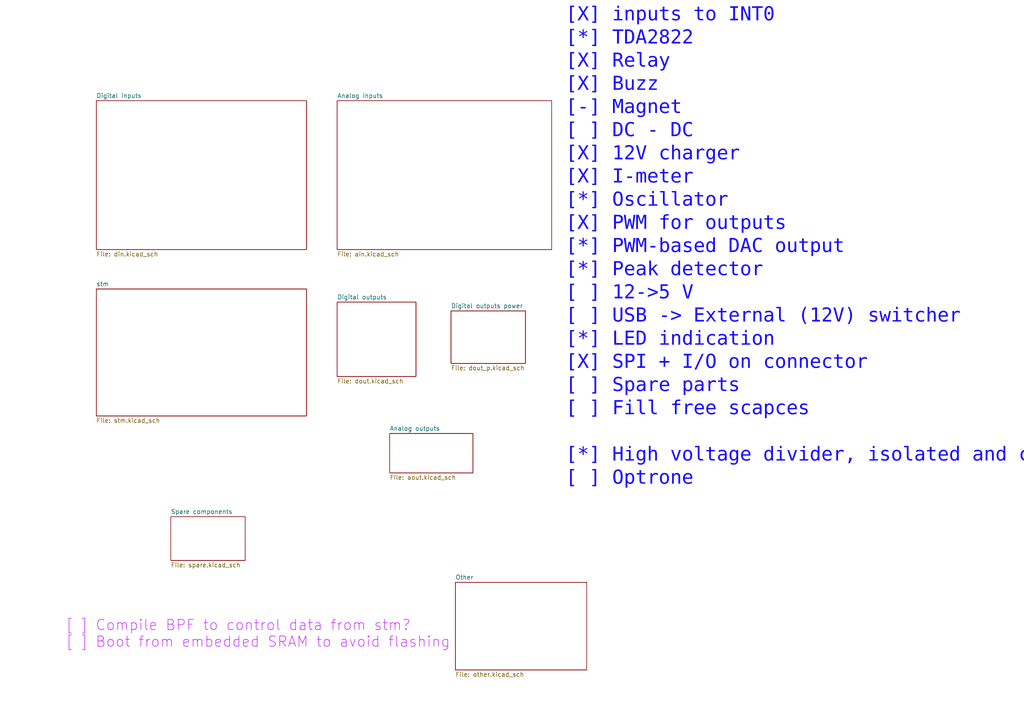
<source format=kicad_sch>
(kicad_sch
	(version 20250114)
	(generator "eeschema")
	(generator_version "9.0")
	(uuid "c9a089ab-5af5-42df-87be-f1df643a1407")
	(paper "A4")
	(lib_symbols)
	(text "[X] inputs to INT0\n[*] TDA2822\n[X] Relay\n[X] Buzz\n[-] Magnet\n[ ] DC - DC\n[X] 12V charger \n[X] I-meter\n[*] Oscillator\n[X] PWM for outputs\n[*] PWM-based DAC output\n[*] Peak detector\n[ ] 12->5 V\n[ ] USB -> External (12V) switcher\n[*] LED indication\n[X] SPI + I/O on connector\n[ ] Spare parts\n[ ] Fill free scapces\n\n[*] High voltage divider, isolated and covered \n[ ] Optrone"
		(exclude_from_sim no)
		(at 164.084 142.24 0)
		(effects
			(font
				(face "DejaVu Sans Mono")
				(size 4 4)
				(color 17 8 255 1)
			)
			(justify left bottom)
		)
		(uuid "5c754417-6aea-4183-96b9-89862efb8a51")
	)
	(text "[ ] Compile BPF to control data from stm?\n[ ] Boot from embedded SRAM to avoid flashing "
		(exclude_from_sim no)
		(at 19.05 183.896 0)
		(effects
			(font
				(size 3 3)
				(color 188 0 255 1)
			)
			(justify left)
		)
		(uuid "aa840acf-57e1-4d62-b153-d38bc60f3418")
	)
	(sheet
		(at 97.79 29.21)
		(size 62.23 43.18)
		(exclude_from_sim no)
		(in_bom yes)
		(on_board yes)
		(dnp no)
		(fields_autoplaced yes)
		(stroke
			(width 0.1524)
			(type solid)
		)
		(fill
			(color 0 0 0 0.0000)
		)
		(uuid "4053bb6f-ff39-4a94-8eef-ce7ee4cd61d7")
		(property "Sheetname" "Analog inputs"
			(at 97.79 28.4984 0)
			(effects
				(font
					(size 1.27 1.27)
				)
				(justify left bottom)
			)
		)
		(property "Sheetfile" "ain.kicad_sch"
			(at 97.79 72.9746 0)
			(effects
				(font
					(size 1.27 1.27)
				)
				(justify left top)
			)
		)
		(instances
			(project "v1"
				(path "/c9a089ab-5af5-42df-87be-f1df643a1407"
					(page "3")
				)
			)
		)
	)
	(sheet
		(at 113.03 125.73)
		(size 24.13 11.43)
		(exclude_from_sim no)
		(in_bom yes)
		(on_board yes)
		(dnp no)
		(fields_autoplaced yes)
		(stroke
			(width 0.1524)
			(type solid)
		)
		(fill
			(color 0 0 0 0.0000)
		)
		(uuid "61f03f5a-231a-401c-beda-7de2de98f810")
		(property "Sheetname" "Analog outputs"
			(at 113.03 125.0184 0)
			(effects
				(font
					(size 1.27 1.27)
				)
				(justify left bottom)
			)
		)
		(property "Sheetfile" "aout.kicad_sch"
			(at 113.03 137.7446 0)
			(effects
				(font
					(size 1.27 1.27)
				)
				(justify left top)
			)
		)
		(instances
			(project "v1"
				(path "/c9a089ab-5af5-42df-87be-f1df643a1407"
					(page "7")
				)
			)
		)
	)
	(sheet
		(at 130.81 90.17)
		(size 21.59 15.24)
		(exclude_from_sim no)
		(in_bom yes)
		(on_board yes)
		(dnp no)
		(fields_autoplaced yes)
		(stroke
			(width 0.1524)
			(type solid)
		)
		(fill
			(color 0 0 0 0.0000)
		)
		(uuid "c1fbf66d-2c5c-4121-915f-86bdae7245e0")
		(property "Sheetname" "Digital outputs power"
			(at 130.81 89.4584 0)
			(effects
				(font
					(size 1.27 1.27)
				)
				(justify left bottom)
			)
		)
		(property "Sheetfile" "dout_p.kicad_sch"
			(at 130.81 105.9946 0)
			(effects
				(font
					(size 1.27 1.27)
				)
				(justify left top)
			)
		)
		(instances
			(project "v1"
				(path "/c9a089ab-5af5-42df-87be-f1df643a1407"
					(page "6")
				)
			)
		)
	)
	(sheet
		(at 132.08 168.91)
		(size 38.1 25.4)
		(exclude_from_sim no)
		(in_bom yes)
		(on_board yes)
		(dnp no)
		(fields_autoplaced yes)
		(stroke
			(width 0.1524)
			(type solid)
		)
		(fill
			(color 0 0 0 0.0000)
		)
		(uuid "d9818325-5f76-4dfd-810e-7bda3982fae4")
		(property "Sheetname" "Other"
			(at 132.08 168.1984 0)
			(effects
				(font
					(size 1.27 1.27)
				)
				(justify left bottom)
			)
		)
		(property "Sheetfile" "other.kicad_sch"
			(at 132.08 194.8946 0)
			(effects
				(font
					(size 1.27 1.27)
				)
				(justify left top)
			)
		)
		(instances
			(project "v1"
				(path "/c9a089ab-5af5-42df-87be-f1df643a1407"
					(page "9")
				)
			)
		)
	)
	(sheet
		(at 97.79 87.63)
		(size 22.86 21.59)
		(exclude_from_sim no)
		(in_bom yes)
		(on_board yes)
		(dnp no)
		(fields_autoplaced yes)
		(stroke
			(width 0.1524)
			(type solid)
		)
		(fill
			(color 0 0 0 0.0000)
		)
		(uuid "dae6130b-bcb5-41c9-a491-3b23e8945132")
		(property "Sheetname" "Digital outputs"
			(at 97.79 86.9184 0)
			(effects
				(font
					(size 1.27 1.27)
				)
				(justify left bottom)
			)
		)
		(property "Sheetfile" "dout.kicad_sch"
			(at 97.79 109.8046 0)
			(effects
				(font
					(size 1.27 1.27)
				)
				(justify left top)
			)
		)
		(instances
			(project "v1"
				(path "/c9a089ab-5af5-42df-87be-f1df643a1407"
					(page "5")
				)
			)
		)
	)
	(sheet
		(at 49.53 149.86)
		(size 21.59 12.7)
		(exclude_from_sim no)
		(in_bom yes)
		(on_board yes)
		(dnp no)
		(fields_autoplaced yes)
		(stroke
			(width 0.1524)
			(type solid)
		)
		(fill
			(color 0 0 0 0.0000)
		)
		(uuid "e0fb1621-bbd2-4e06-b64b-69439904f2d9")
		(property "Sheetname" "Spare components"
			(at 49.53 149.1484 0)
			(effects
				(font
					(size 1.27 1.27)
				)
				(justify left bottom)
			)
		)
		(property "Sheetfile" "spare.kicad_sch"
			(at 49.53 163.1446 0)
			(effects
				(font
					(size 1.27 1.27)
				)
				(justify left top)
			)
		)
		(instances
			(project "v1"
				(path "/c9a089ab-5af5-42df-87be-f1df643a1407"
					(page "9")
				)
			)
		)
	)
	(sheet
		(at 27.94 83.82)
		(size 60.96 36.83)
		(exclude_from_sim no)
		(in_bom yes)
		(on_board yes)
		(dnp no)
		(fields_autoplaced yes)
		(stroke
			(width 0.1524)
			(type solid)
		)
		(fill
			(color 0 0 0 0.0000)
		)
		(uuid "e699812c-f518-41c3-8be4-9075d5187e33")
		(property "Sheetname" "stm"
			(at 27.94 83.1084 0)
			(effects
				(font
					(size 1.27 1.27)
				)
				(justify left bottom)
			)
		)
		(property "Sheetfile" "stm.kicad_sch"
			(at 27.94 121.2346 0)
			(effects
				(font
					(size 1.27 1.27)
				)
				(justify left top)
			)
		)
		(instances
			(project "v1"
				(path "/c9a089ab-5af5-42df-87be-f1df643a1407"
					(page "4")
				)
			)
		)
	)
	(sheet
		(at 27.94 29.21)
		(size 60.96 43.18)
		(exclude_from_sim no)
		(in_bom yes)
		(on_board yes)
		(dnp no)
		(fields_autoplaced yes)
		(stroke
			(width 0.1524)
			(type solid)
		)
		(fill
			(color 0 0 0 0.0000)
		)
		(uuid "ffc087b2-abba-42aa-b70d-a395e8b765a9")
		(property "Sheetname" "Digital inputs"
			(at 27.94 28.4984 0)
			(effects
				(font
					(size 1.27 1.27)
				)
				(justify left bottom)
			)
		)
		(property "Sheetfile" "din.kicad_sch"
			(at 27.94 72.9746 0)
			(effects
				(font
					(size 1.27 1.27)
				)
				(justify left top)
			)
		)
		(instances
			(project "v1"
				(path "/c9a089ab-5af5-42df-87be-f1df643a1407"
					(page "3")
				)
			)
		)
	)
	(sheet_instances
		(path "/"
			(page "1")
		)
	)
	(embedded_fonts no)
)

</source>
